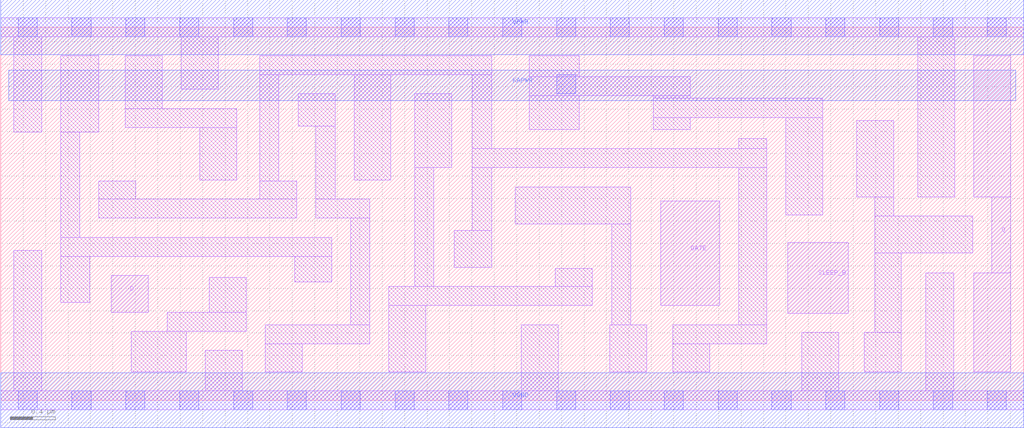
<source format=lef>
# Copyright 2020 The SkyWater PDK Authors
#
# Licensed under the Apache License, Version 2.0 (the "License");
# you may not use this file except in compliance with the License.
# You may obtain a copy of the License at
#
#     https://www.apache.org/licenses/LICENSE-2.0
#
# Unless required by applicable law or agreed to in writing, software
# distributed under the License is distributed on an "AS IS" BASIS,
# WITHOUT WARRANTIES OR CONDITIONS OF ANY KIND, either express or implied.
# See the License for the specific language governing permissions and
# limitations under the License.
#
# SPDX-License-Identifier: Apache-2.0

VERSION 5.7 ;
  NOWIREEXTENSIONATPIN ON ;
  DIVIDERCHAR "/" ;
  BUSBITCHARS "[]" ;
UNITS
  DATABASE MICRONS 200 ;
END UNITS
MACRO sky130_fd_sc_lp__srdlxtp_1
  CLASS CORE ;
  FOREIGN sky130_fd_sc_lp__srdlxtp_1 ;
  ORIGIN  0.000000  0.000000 ;
  SIZE  9.120000 BY  3.330000 ;
  SYMMETRY X Y R90 ;
  SITE unit ;
  PIN D
    ANTENNAGATEAREA  0.159000 ;
    DIRECTION INPUT ;
    USE SIGNAL ;
    PORT
      LAYER li1 ;
        RECT 0.985000 0.785000 1.315000 1.115000 ;
    END
  END D
  PIN Q
    ANTENNADIFFAREA  0.598500 ;
    DIRECTION OUTPUT ;
    USE SIGNAL ;
    PORT
      LAYER li1 ;
        RECT 8.675000 0.255000 9.005000 1.135000 ;
        RECT 8.675000 1.815000 9.005000 3.075000 ;
        RECT 8.835000 1.135000 9.005000 1.815000 ;
    END
  END Q
  PIN SLEEP_B
    ANTENNAGATEAREA  0.222000 ;
    DIRECTION INPUT ;
    USE SIGNAL ;
    PORT
      LAYER li1 ;
        RECT 7.015000 0.775000 7.555000 1.410000 ;
    END
  END SLEEP_B
  PIN GATE
    ANTENNAGATEAREA  0.159000 ;
    DIRECTION INPUT ;
    USE CLOCK ;
    PORT
      LAYER li1 ;
        RECT 5.885000 0.845000 6.410000 1.780000 ;
    END
  END GATE
  PIN KAPWR
    DIRECTION INOUT ;
    USE POWER ;
    PORT
      LAYER met1 ;
        RECT 0.070000 2.675000 9.050000 2.945000 ;
    END
  END KAPWR
  PIN VGND
    DIRECTION INOUT ;
    USE GROUND ;
    PORT
      LAYER met1 ;
        RECT 0.000000 -0.245000 9.120000 0.245000 ;
    END
  END VGND
  PIN VPWR
    DIRECTION INOUT ;
    USE POWER ;
    PORT
      LAYER met1 ;
        RECT 0.000000 3.085000 9.120000 3.575000 ;
    END
  END VPWR
  OBS
    LAYER li1 ;
      RECT 0.000000 -0.085000 9.120000 0.085000 ;
      RECT 0.000000  3.245000 9.120000 3.415000 ;
      RECT 0.115000  0.085000 0.365000 1.335000 ;
      RECT 0.115000  2.395000 0.365000 3.245000 ;
      RECT 0.535000  0.875000 0.795000 1.285000 ;
      RECT 0.535000  1.285000 2.950000 1.455000 ;
      RECT 0.535000  1.455000 0.705000 2.395000 ;
      RECT 0.535000  2.395000 0.875000 3.075000 ;
      RECT 0.875000  1.625000 2.640000 1.795000 ;
      RECT 0.875000  1.795000 1.205000 1.955000 ;
      RECT 1.110000  2.435000 2.105000 2.605000 ;
      RECT 1.110000  2.605000 1.440000 3.075000 ;
      RECT 1.165000  0.255000 1.655000 0.615000 ;
      RECT 1.485000  0.615000 2.190000 0.785000 ;
      RECT 1.610000  2.775000 1.940000 3.245000 ;
      RECT 1.775000  1.965000 2.105000 2.435000 ;
      RECT 1.825000  0.085000 2.155000 0.445000 ;
      RECT 1.860000  0.785000 2.190000 1.095000 ;
      RECT 2.310000  1.795000 2.640000 1.955000 ;
      RECT 2.310000  1.955000 2.480000 2.905000 ;
      RECT 2.310000  2.905000 4.375000 3.075000 ;
      RECT 2.360000  0.255000 2.690000 0.505000 ;
      RECT 2.360000  0.505000 3.290000 0.675000 ;
      RECT 2.620000  1.055000 2.950000 1.285000 ;
      RECT 2.650000  2.445000 2.980000 2.735000 ;
      RECT 2.810000  1.625000 3.290000 1.795000 ;
      RECT 2.810000  1.795000 2.980000 2.445000 ;
      RECT 3.120000  0.675000 3.290000 1.625000 ;
      RECT 3.150000  1.965000 3.475000 2.905000 ;
      RECT 3.460000  0.255000 3.790000 0.845000 ;
      RECT 3.460000  0.845000 5.275000 1.015000 ;
      RECT 3.690000  1.015000 3.860000 2.075000 ;
      RECT 3.690000  2.075000 4.020000 2.735000 ;
      RECT 4.045000  1.185000 4.375000 1.515000 ;
      RECT 4.205000  1.515000 4.375000 2.075000 ;
      RECT 4.205000  2.075000 6.830000 2.245000 ;
      RECT 4.205000  2.245000 4.375000 2.905000 ;
      RECT 4.585000  1.575000 5.615000 1.905000 ;
      RECT 4.640000  0.085000 4.970000 0.675000 ;
      RECT 4.710000  2.415000 5.155000 2.720000 ;
      RECT 4.710000  2.720000 6.145000 2.890000 ;
      RECT 4.710000  2.890000 5.155000 3.075000 ;
      RECT 4.945000  1.015000 5.275000 1.175000 ;
      RECT 5.430000  0.255000 5.760000 0.675000 ;
      RECT 5.445000  0.675000 5.615000 1.575000 ;
      RECT 5.815000  2.415000 6.145000 2.525000 ;
      RECT 5.815000  2.525000 7.330000 2.695000 ;
      RECT 5.815000  2.695000 6.145000 2.720000 ;
      RECT 5.990000  0.255000 6.320000 0.505000 ;
      RECT 5.990000  0.505000 6.830000 0.675000 ;
      RECT 6.580000  0.675000 6.830000 2.075000 ;
      RECT 6.580000  2.245000 6.830000 2.335000 ;
      RECT 7.000000  1.655000 7.330000 2.525000 ;
      RECT 7.140000  0.085000 7.470000 0.605000 ;
      RECT 7.630000  1.815000 7.960000 2.495000 ;
      RECT 7.700000  0.255000 8.030000 0.605000 ;
      RECT 7.790000  0.605000 8.030000 1.315000 ;
      RECT 7.790000  1.315000 8.665000 1.645000 ;
      RECT 7.790000  1.645000 7.960000 1.815000 ;
      RECT 8.175000  1.815000 8.505000 3.245000 ;
      RECT 8.245000  0.085000 8.495000 1.135000 ;
    LAYER mcon ;
      RECT 0.155000 -0.085000 0.325000 0.085000 ;
      RECT 0.155000  3.245000 0.325000 3.415000 ;
      RECT 0.635000 -0.085000 0.805000 0.085000 ;
      RECT 0.635000  3.245000 0.805000 3.415000 ;
      RECT 1.115000 -0.085000 1.285000 0.085000 ;
      RECT 1.115000  3.245000 1.285000 3.415000 ;
      RECT 1.595000 -0.085000 1.765000 0.085000 ;
      RECT 1.595000  3.245000 1.765000 3.415000 ;
      RECT 2.075000 -0.085000 2.245000 0.085000 ;
      RECT 2.075000  3.245000 2.245000 3.415000 ;
      RECT 2.555000 -0.085000 2.725000 0.085000 ;
      RECT 2.555000  3.245000 2.725000 3.415000 ;
      RECT 3.035000 -0.085000 3.205000 0.085000 ;
      RECT 3.035000  3.245000 3.205000 3.415000 ;
      RECT 3.515000 -0.085000 3.685000 0.085000 ;
      RECT 3.515000  3.245000 3.685000 3.415000 ;
      RECT 3.995000 -0.085000 4.165000 0.085000 ;
      RECT 3.995000  3.245000 4.165000 3.415000 ;
      RECT 4.475000 -0.085000 4.645000 0.085000 ;
      RECT 4.475000  3.245000 4.645000 3.415000 ;
      RECT 4.955000 -0.085000 5.125000 0.085000 ;
      RECT 4.955000  2.735000 5.125000 2.905000 ;
      RECT 4.955000  3.245000 5.125000 3.415000 ;
      RECT 5.435000 -0.085000 5.605000 0.085000 ;
      RECT 5.435000  3.245000 5.605000 3.415000 ;
      RECT 5.915000 -0.085000 6.085000 0.085000 ;
      RECT 5.915000  3.245000 6.085000 3.415000 ;
      RECT 6.395000 -0.085000 6.565000 0.085000 ;
      RECT 6.395000  3.245000 6.565000 3.415000 ;
      RECT 6.875000 -0.085000 7.045000 0.085000 ;
      RECT 6.875000  3.245000 7.045000 3.415000 ;
      RECT 7.355000 -0.085000 7.525000 0.085000 ;
      RECT 7.355000  3.245000 7.525000 3.415000 ;
      RECT 7.835000 -0.085000 8.005000 0.085000 ;
      RECT 7.835000  3.245000 8.005000 3.415000 ;
      RECT 8.315000 -0.085000 8.485000 0.085000 ;
      RECT 8.315000  3.245000 8.485000 3.415000 ;
      RECT 8.795000 -0.085000 8.965000 0.085000 ;
      RECT 8.795000  3.245000 8.965000 3.415000 ;
  END
END sky130_fd_sc_lp__srdlxtp_1
END LIBRARY

</source>
